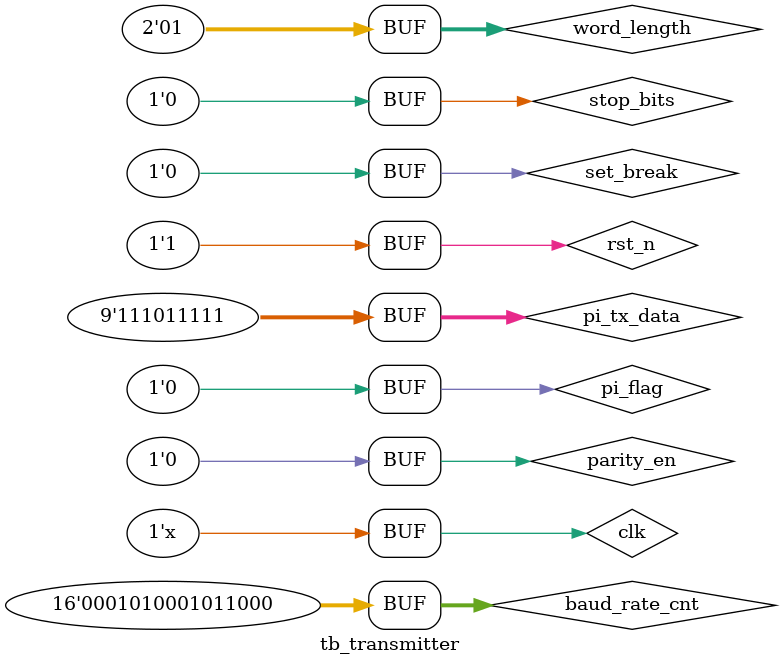
<source format=v>
`timescale 1ns/1ns
module tb_transmitter();
reg           clk;
reg           rst_n;
reg   [1:0]   word_length;
reg   [15:0]  baud_rate_cnt;
reg           parity_en;
reg           stop_bits;
reg           set_break;
reg   [8:0]   pi_tx_data;
reg           pi_flag;

wire          tx;
wire          po_flag;

initial begin
  clk = 1'b1;
  rst_n <= 1'b0;
  word_length <= 2'd0;
  baud_rate_cnt <= 15'd0;
  parity_en <= 1'b0;
  stop_bits <= 1'b0;
  set_break <= 1'b0;
  pi_tx_data <= 9'b0;
  pi_flag <= 1'b0;
  #20
  rst_n <= 1'b1;
end

initial begin
  #200
  tx_bit(9'b0_1111_1111, 2'd3, 16'd5208, 1'b1, 1'b0);
  tx_bit(9'b0_1111_1011, 2'd3, 16'd5208, 1'b1, 1'b1);
  tx_bit(9'b1_1011_0111, 2'd2, 16'd5208, 1'b0, 1'b0);
  tx_bit(9'b1_1101_1111, 2'd1, 16'd5208, 1'b0, 1'b0);
end

always #10 clk = ~clk;

task tx_bit(
  input  [8:0]   data,
  input  [1:0]   length,
  input  [15:0]  cnt,
  input          parity,
  input          stop_bit
);
integer i;
begin
  pi_tx_data <= data;
  word_length <= length;
  baud_rate_cnt <= cnt;
  parity_en <= parity;
  stop_bits <= stop_bit;
  pi_flag <= 1'b1;
  #20
  pi_flag <= 1'b0;
  #(((3'd7 + length + parity + stop_bit) * cnt + stop_bit) * 20 + 280);
end
endtask

transmitter transmitter_inst (
  .clk(clk),
  .rst_n(rst_n),
  .word_length(word_length),
  .baud_rate_cnt(baud_rate_cnt),
  .parity_en(parity_en),
  .stop_bits(stop_bits),
  .set_break(set_break),
  .pi_tx_data(pi_tx_data),
  .pi_flag(pi_flag),

  .tx(tx),
  .po_flag(po_flag)
);
endmodule
</source>
